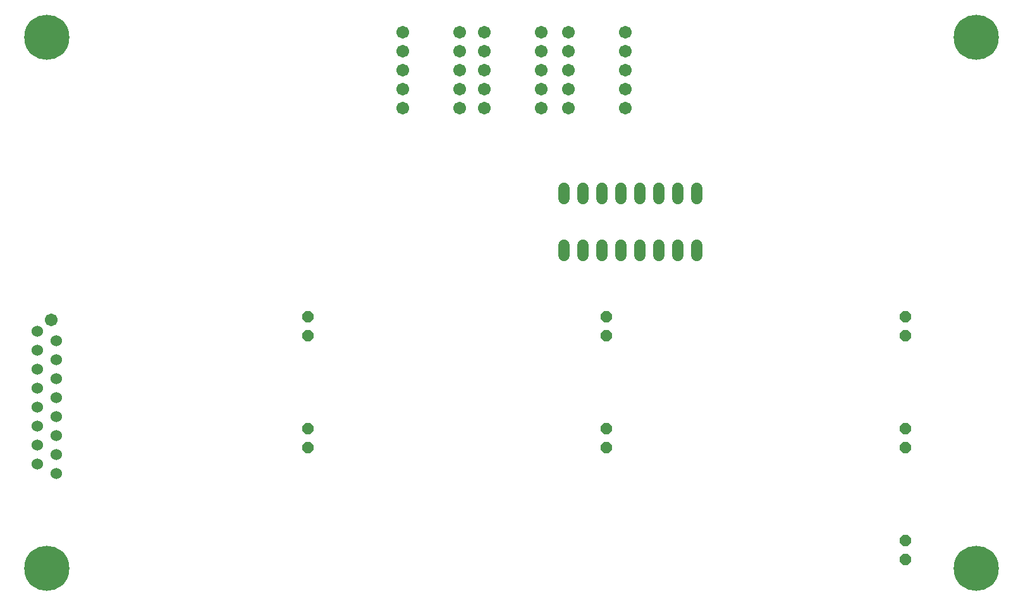
<source format=gbr>
G04 EAGLE Gerber RS-274X export*
G75*
%MOIN*%
%FSLAX34Y34*%
%LPD*%
%INSoldermask Bottom*%
%IPPOS*%
%AMOC8*
5,1,8,0,0,1.08239X$1,22.5*%
G01*
%ADD10C,0.067055*%
%ADD11C,0.060000*%
%ADD12P,0.064943X8X292.500000*%
%ADD13C,0.238000*%
%ADD14C,0.060000*%


D10*
X20750Y30250D03*
X20750Y29250D03*
X20750Y28250D03*
X20750Y27250D03*
X20750Y26250D03*
X23750Y26250D03*
X23750Y27250D03*
X23750Y28250D03*
X23750Y29250D03*
X23750Y30250D03*
X25075Y30250D03*
X25075Y29250D03*
X25075Y28250D03*
X25075Y27250D03*
X25075Y26250D03*
X28075Y26250D03*
X28075Y27250D03*
X28075Y28250D03*
X28075Y29250D03*
X28075Y30250D03*
X29500Y30250D03*
X29500Y29250D03*
X29500Y28250D03*
X29500Y27250D03*
X29500Y26250D03*
X32500Y26250D03*
X32500Y27250D03*
X32500Y28250D03*
X32500Y29250D03*
X32500Y30250D03*
D11*
X29250Y19010D02*
X29250Y18490D01*
X30250Y18490D02*
X30250Y19010D01*
X35250Y19010D02*
X35250Y18490D01*
X36250Y18490D02*
X36250Y19010D01*
X31250Y19010D02*
X31250Y18490D01*
X32250Y18490D02*
X32250Y19010D01*
X34250Y19010D02*
X34250Y18490D01*
X33250Y18490D02*
X33250Y19010D01*
X36250Y21490D02*
X36250Y22010D01*
X35250Y22010D02*
X35250Y21490D01*
X34250Y21490D02*
X34250Y22010D01*
X33250Y22010D02*
X33250Y21490D01*
X32250Y21490D02*
X32250Y22010D01*
X31250Y22010D02*
X31250Y21490D01*
X30250Y21490D02*
X30250Y22010D01*
X29250Y22010D02*
X29250Y21490D01*
D12*
X31496Y9358D03*
X31496Y8358D03*
X31496Y15264D03*
X31496Y14264D03*
X15748Y9358D03*
X15748Y8358D03*
X15748Y15264D03*
X15748Y14264D03*
X47244Y15264D03*
X47244Y14264D03*
X47244Y9358D03*
X47244Y8358D03*
X47244Y3453D03*
X47244Y2453D03*
D13*
X51000Y2000D03*
X51000Y30000D03*
X2000Y30000D03*
X2000Y2000D03*
D14*
X1500Y14500D03*
X2500Y14000D03*
X1500Y13500D03*
X2500Y13000D03*
X1500Y12500D03*
X2500Y12000D03*
X1500Y11500D03*
X2500Y11000D03*
X1500Y10500D03*
X2500Y10000D03*
X1500Y9500D03*
X2500Y9000D03*
X1500Y8500D03*
X2500Y8000D03*
X1500Y7500D03*
X2500Y7000D03*
D10*
X2217Y15069D03*
M02*

</source>
